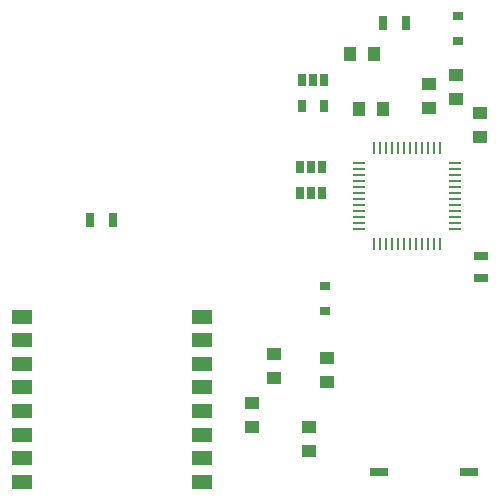
<source format=gbp>
G04 #@! TF.GenerationSoftware,KiCad,Pcbnew,5.1.7-a382d34a8~88~ubuntu18.04.1*
G04 #@! TF.CreationDate,2021-07-31T18:48:42+05:30*
G04 #@! TF.ProjectId,FrontEnd_HeavyDevice_v1,46726f6e-7445-46e6-945f-486561767944,rev?*
G04 #@! TF.SameCoordinates,Original*
G04 #@! TF.FileFunction,Paste,Bot*
G04 #@! TF.FilePolarity,Positive*
%FSLAX46Y46*%
G04 Gerber Fmt 4.6, Leading zero omitted, Abs format (unit mm)*
G04 Created by KiCad (PCBNEW 5.1.7-a382d34a8~88~ubuntu18.04.1) date 2021-07-31 18:48:42*
%MOMM*%
%LPD*%
G01*
G04 APERTURE LIST*
%ADD10R,1.000000X0.230000*%
%ADD11R,0.230000X1.000000*%
%ADD12R,1.000000X1.250000*%
%ADD13R,1.250000X1.000000*%
%ADD14R,0.900000X0.800000*%
%ADD15R,0.700000X1.300000*%
%ADD16R,1.300000X0.700000*%
%ADD17R,1.600000X0.760000*%
%ADD18R,0.650000X1.060000*%
%ADD19R,1.700000X1.200000*%
G04 APERTURE END LIST*
D10*
X136464000Y-90878700D03*
D11*
X135194000Y-97228700D03*
X134686000Y-97228700D03*
X134178000Y-97228700D03*
X133670000Y-97228700D03*
X133162000Y-97228700D03*
X132654000Y-97228700D03*
X132146000Y-97228700D03*
X131638000Y-97228700D03*
X131130000Y-97228700D03*
X130622000Y-97228700D03*
X130114000Y-97228700D03*
X129606000Y-97228700D03*
D10*
X128336000Y-95958700D03*
X128336000Y-95450700D03*
X128336000Y-94434700D03*
X128336000Y-93926700D03*
X128336000Y-93418700D03*
X128336000Y-92910700D03*
X128336000Y-92402700D03*
X128336000Y-91894700D03*
X128336000Y-91386700D03*
X128336000Y-90878700D03*
X128336000Y-90370700D03*
D11*
X130114000Y-89100700D03*
X130622000Y-89100700D03*
X131130000Y-89100700D03*
X131638000Y-89100700D03*
X132146000Y-89100700D03*
X132654000Y-89100700D03*
X133162000Y-89100700D03*
X133670000Y-89100700D03*
X134178000Y-89100700D03*
X134686000Y-89100700D03*
X135194000Y-89100700D03*
D10*
X136464000Y-90370700D03*
X136464000Y-91386700D03*
X136464000Y-91894700D03*
X136464000Y-92402700D03*
X136464000Y-92910700D03*
X136464000Y-93418700D03*
X136464000Y-93926700D03*
X136464000Y-94434700D03*
X136464000Y-94942700D03*
X136464000Y-95450700D03*
X136464000Y-95958700D03*
D11*
X129606000Y-89100700D03*
D10*
X128336000Y-94942700D03*
D12*
X127588000Y-81087000D03*
X129588000Y-81087000D03*
X130347000Y-85750400D03*
X128347000Y-85750400D03*
D13*
X138613000Y-88114400D03*
X138613000Y-86114400D03*
X124153000Y-114741000D03*
X124153000Y-112741000D03*
X119266000Y-110699000D03*
X119266000Y-112699000D03*
X125611000Y-106904000D03*
X125611000Y-108904000D03*
X121176000Y-108564000D03*
X121176000Y-106564000D03*
X134290000Y-83681100D03*
X134290000Y-85681100D03*
X136538000Y-84943700D03*
X136538000Y-82943700D03*
D14*
X125430000Y-102901000D03*
X125430000Y-100801000D03*
X136738000Y-77936400D03*
X136738000Y-80036400D03*
D15*
X107506000Y-95168700D03*
X105606000Y-95168700D03*
D16*
X138671000Y-100131900D03*
X138671000Y-98231900D03*
D15*
X130424000Y-78516500D03*
X132324000Y-78516500D03*
D17*
X137645000Y-116535000D03*
X130025000Y-116535000D03*
D18*
X123500000Y-85534700D03*
X125400000Y-85534700D03*
X125400000Y-83334700D03*
X124450000Y-83334700D03*
X123500000Y-83334700D03*
D19*
X99814000Y-117360000D03*
X99814000Y-115360000D03*
X99814000Y-113360000D03*
X99814000Y-111360000D03*
X99814000Y-109360000D03*
X99814000Y-107360000D03*
X99814000Y-105360000D03*
X99814000Y-103360000D03*
X115044000Y-103360000D03*
X115044000Y-105360000D03*
X115044000Y-107360000D03*
X115044000Y-109360000D03*
X115044000Y-111360000D03*
X115044000Y-113360000D03*
X115044000Y-115360000D03*
X115044000Y-117360000D03*
D18*
X125235000Y-92918500D03*
X124285000Y-92918500D03*
X123335000Y-92918500D03*
X123335000Y-90718500D03*
X125235000Y-90718500D03*
X124285000Y-90718500D03*
M02*

</source>
